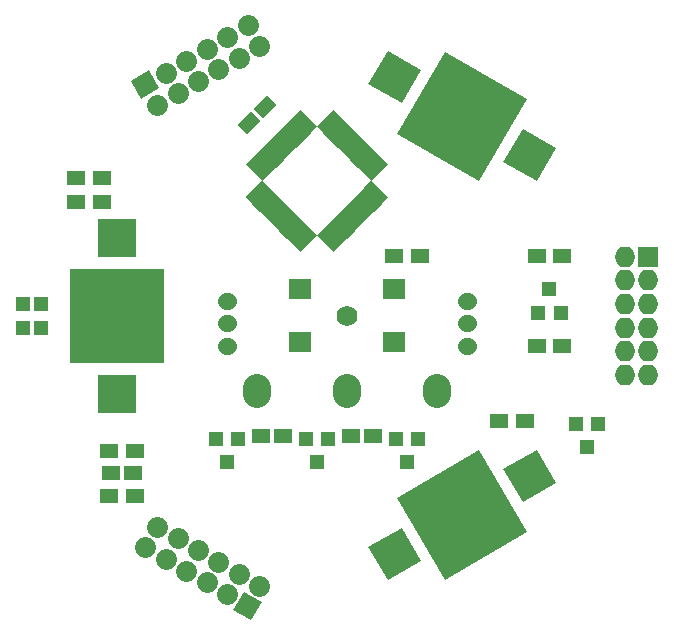
<source format=gts>
G04 #@! TF.FileFunction,Soldermask,Top*
%FSLAX46Y46*%
G04 Gerber Fmt 4.6, Leading zero omitted, Abs format (unit mm)*
G04 Created by KiCad (PCBNEW (2015-08-12 BZR 6086)-product) date Tue 01 Sep 2015 09:02:53 PM CEST*
%MOMM*%
G01*
G04 APERTURE LIST*
%ADD10C,0.100000*%
%ADD11C,2.400000*%
%ADD12C,1.400000*%
%ADD13R,8.020000X8.020000*%
%ADD14R,3.250000X3.250000*%
%ADD15R,1.600000X1.150000*%
%ADD16R,1.600000X1.300000*%
%ADD17R,1.950000X1.700000*%
%ADD18R,1.200100X1.200100*%
%ADD19R,1.197560X1.197560*%
%ADD20C,1.760000*%
%ADD21C,1.760000*%
%ADD22R,1.760000X1.760000*%
%ADD23O,1.760000X1.760000*%
G04 APERTURE END LIST*
D10*
D11*
X134620000Y-133100000D02*
X134620000Y-133600000D01*
X127000000Y-133100000D02*
X127000000Y-133600000D01*
X119380000Y-133100000D02*
X119380000Y-133600000D01*
D12*
X137035000Y-129540000D02*
X137285000Y-129540000D01*
X137035000Y-127635000D02*
X137285000Y-127635000D01*
X137035000Y-125730000D02*
X137285000Y-125730000D01*
X116965000Y-125730000D02*
X116715000Y-125730000D01*
X116965000Y-127635000D02*
X116715000Y-127635000D01*
X116965000Y-129540000D02*
X116715000Y-129540000D01*
D10*
G36*
X138217762Y-138409733D02*
X142227762Y-145355257D01*
X135282238Y-149365257D01*
X131272238Y-142419733D01*
X138217762Y-138409733D01*
X138217762Y-138409733D01*
G37*
D13*
X107500000Y-127000000D03*
D10*
G36*
X131624693Y-144970204D02*
X133249693Y-147784786D01*
X130435111Y-149409786D01*
X128810111Y-146595204D01*
X131624693Y-144970204D01*
X131624693Y-144970204D01*
G37*
G36*
X143064889Y-138365204D02*
X144689889Y-141179786D01*
X141875307Y-142804786D01*
X140250307Y-139990204D01*
X143064889Y-138365204D01*
X143064889Y-138365204D01*
G37*
D14*
X107500000Y-120395000D03*
X107500000Y-133605000D03*
D10*
G36*
X140250307Y-114009796D02*
X141875307Y-111195214D01*
X144689889Y-112820214D01*
X143064889Y-115634796D01*
X140250307Y-114009796D01*
X140250307Y-114009796D01*
G37*
G36*
X128810111Y-107404796D02*
X130435111Y-104590214D01*
X133249693Y-106215214D01*
X131624693Y-109029796D01*
X128810111Y-107404796D01*
X128810111Y-107404796D01*
G37*
G36*
X122391712Y-110213666D02*
X123063464Y-109541914D01*
X124477678Y-110956128D01*
X123805926Y-111627880D01*
X122391712Y-110213666D01*
X122391712Y-110213666D01*
G37*
G36*
X121826027Y-110779352D02*
X122497779Y-110107600D01*
X123911993Y-111521814D01*
X123240241Y-112193566D01*
X121826027Y-110779352D01*
X121826027Y-110779352D01*
G37*
G36*
X121260341Y-111345037D02*
X121932093Y-110673285D01*
X123346307Y-112087499D01*
X122674555Y-112759251D01*
X121260341Y-111345037D01*
X121260341Y-111345037D01*
G37*
G36*
X120694656Y-111910722D02*
X121366408Y-111238970D01*
X122780622Y-112653184D01*
X122108870Y-113324936D01*
X120694656Y-111910722D01*
X120694656Y-111910722D01*
G37*
G36*
X120128970Y-112476408D02*
X120800722Y-111804656D01*
X122214936Y-113218870D01*
X121543184Y-113890622D01*
X120128970Y-112476408D01*
X120128970Y-112476408D01*
G37*
G36*
X119563285Y-113042093D02*
X120235037Y-112370341D01*
X121649251Y-113784555D01*
X120977499Y-114456307D01*
X119563285Y-113042093D01*
X119563285Y-113042093D01*
G37*
G36*
X118997600Y-113607779D02*
X119669352Y-112936027D01*
X121083566Y-114350241D01*
X120411814Y-115021993D01*
X118997600Y-113607779D01*
X118997600Y-113607779D01*
G37*
G36*
X118431914Y-114173464D02*
X119103666Y-113501712D01*
X120517880Y-114915926D01*
X119846128Y-115587678D01*
X118431914Y-114173464D01*
X118431914Y-114173464D01*
G37*
G36*
X119103666Y-117638288D02*
X118431914Y-116966536D01*
X119846128Y-115552322D01*
X120517880Y-116224074D01*
X119103666Y-117638288D01*
X119103666Y-117638288D01*
G37*
G36*
X119669352Y-118203973D02*
X118997600Y-117532221D01*
X120411814Y-116118007D01*
X121083566Y-116789759D01*
X119669352Y-118203973D01*
X119669352Y-118203973D01*
G37*
G36*
X120235037Y-118769659D02*
X119563285Y-118097907D01*
X120977499Y-116683693D01*
X121649251Y-117355445D01*
X120235037Y-118769659D01*
X120235037Y-118769659D01*
G37*
G36*
X120800722Y-119335344D02*
X120128970Y-118663592D01*
X121543184Y-117249378D01*
X122214936Y-117921130D01*
X120800722Y-119335344D01*
X120800722Y-119335344D01*
G37*
G36*
X121366408Y-119901030D02*
X120694656Y-119229278D01*
X122108870Y-117815064D01*
X122780622Y-118486816D01*
X121366408Y-119901030D01*
X121366408Y-119901030D01*
G37*
G36*
X121932093Y-120466715D02*
X121260341Y-119794963D01*
X122674555Y-118380749D01*
X123346307Y-119052501D01*
X121932093Y-120466715D01*
X121932093Y-120466715D01*
G37*
G36*
X122497779Y-121032400D02*
X121826027Y-120360648D01*
X123240241Y-118946434D01*
X123911993Y-119618186D01*
X122497779Y-121032400D01*
X122497779Y-121032400D01*
G37*
G36*
X123063464Y-121598086D02*
X122391712Y-120926334D01*
X123805926Y-119512120D01*
X124477678Y-120183872D01*
X123063464Y-121598086D01*
X123063464Y-121598086D01*
G37*
G36*
X124442322Y-120183872D02*
X125114074Y-119512120D01*
X126528288Y-120926334D01*
X125856536Y-121598086D01*
X124442322Y-120183872D01*
X124442322Y-120183872D01*
G37*
G36*
X125008007Y-119618186D02*
X125679759Y-118946434D01*
X127093973Y-120360648D01*
X126422221Y-121032400D01*
X125008007Y-119618186D01*
X125008007Y-119618186D01*
G37*
G36*
X125573693Y-119052501D02*
X126245445Y-118380749D01*
X127659659Y-119794963D01*
X126987907Y-120466715D01*
X125573693Y-119052501D01*
X125573693Y-119052501D01*
G37*
G36*
X126139378Y-118486816D02*
X126811130Y-117815064D01*
X128225344Y-119229278D01*
X127553592Y-119901030D01*
X126139378Y-118486816D01*
X126139378Y-118486816D01*
G37*
G36*
X126705064Y-117921130D02*
X127376816Y-117249378D01*
X128791030Y-118663592D01*
X128119278Y-119335344D01*
X126705064Y-117921130D01*
X126705064Y-117921130D01*
G37*
G36*
X127270749Y-117355445D02*
X127942501Y-116683693D01*
X129356715Y-118097907D01*
X128684963Y-118769659D01*
X127270749Y-117355445D01*
X127270749Y-117355445D01*
G37*
G36*
X127836434Y-116789759D02*
X128508186Y-116118007D01*
X129922400Y-117532221D01*
X129250648Y-118203973D01*
X127836434Y-116789759D01*
X127836434Y-116789759D01*
G37*
G36*
X128402120Y-116224074D02*
X129073872Y-115552322D01*
X130488086Y-116966536D01*
X129816334Y-117638288D01*
X128402120Y-116224074D01*
X128402120Y-116224074D01*
G37*
G36*
X129073872Y-115587678D02*
X128402120Y-114915926D01*
X129816334Y-113501712D01*
X130488086Y-114173464D01*
X129073872Y-115587678D01*
X129073872Y-115587678D01*
G37*
G36*
X128508186Y-115021993D02*
X127836434Y-114350241D01*
X129250648Y-112936027D01*
X129922400Y-113607779D01*
X128508186Y-115021993D01*
X128508186Y-115021993D01*
G37*
G36*
X127942501Y-114456307D02*
X127270749Y-113784555D01*
X128684963Y-112370341D01*
X129356715Y-113042093D01*
X127942501Y-114456307D01*
X127942501Y-114456307D01*
G37*
G36*
X127376816Y-113890622D02*
X126705064Y-113218870D01*
X128119278Y-111804656D01*
X128791030Y-112476408D01*
X127376816Y-113890622D01*
X127376816Y-113890622D01*
G37*
G36*
X126811130Y-113324936D02*
X126139378Y-112653184D01*
X127553592Y-111238970D01*
X128225344Y-111910722D01*
X126811130Y-113324936D01*
X126811130Y-113324936D01*
G37*
G36*
X126245445Y-112759251D02*
X125573693Y-112087499D01*
X126987907Y-110673285D01*
X127659659Y-111345037D01*
X126245445Y-112759251D01*
X126245445Y-112759251D01*
G37*
G36*
X125679759Y-112193566D02*
X125008007Y-111521814D01*
X126422221Y-110107600D01*
X127093973Y-110779352D01*
X125679759Y-112193566D01*
X125679759Y-112193566D01*
G37*
G36*
X125114074Y-111627880D02*
X124442322Y-110956128D01*
X125856536Y-109541914D01*
X126528288Y-110213666D01*
X125114074Y-111627880D01*
X125114074Y-111627880D01*
G37*
D15*
X127320000Y-137160000D03*
X129220000Y-137160000D03*
X121600000Y-137160000D03*
X119700000Y-137160000D03*
D10*
G36*
X118549150Y-111626023D02*
X117735977Y-110812850D01*
X118867348Y-109681479D01*
X119680521Y-110494652D01*
X118549150Y-111626023D01*
X118549150Y-111626023D01*
G37*
G36*
X119892652Y-110282521D02*
X119079479Y-109469348D01*
X120210850Y-108337977D01*
X121024023Y-109151150D01*
X119892652Y-110282521D01*
X119892652Y-110282521D01*
G37*
D16*
X142070000Y-135890000D03*
X139870000Y-135890000D03*
D17*
X123025000Y-129250000D03*
X123025000Y-124750000D03*
X130975000Y-124750000D03*
X130975000Y-129250000D03*
D16*
X145245000Y-129540000D03*
X143045000Y-129540000D03*
X143045000Y-121920000D03*
X145245000Y-121920000D03*
X130980000Y-121920000D03*
X133180000Y-121920000D03*
D10*
G36*
X135621000Y-133101000D02*
X133619000Y-133101000D01*
X133629000Y-132899000D01*
X135611000Y-132899000D01*
X135621000Y-133101000D01*
X135621000Y-133101000D01*
G37*
G36*
X135611000Y-132901000D02*
X133629000Y-132901000D01*
X133699000Y-132699000D01*
X135541000Y-132699000D01*
X135611000Y-132901000D01*
X135611000Y-132901000D01*
G37*
G36*
X135541000Y-132701000D02*
X133699000Y-132701000D01*
X133809000Y-132499000D01*
X135431000Y-132499000D01*
X135541000Y-132701000D01*
X135541000Y-132701000D01*
G37*
G36*
X135231000Y-132301000D02*
X134009000Y-132301000D01*
X134179000Y-132199000D01*
X135061000Y-132199000D01*
X135231000Y-132301000D01*
X135231000Y-132301000D01*
G37*
G36*
X135061000Y-132201000D02*
X134179000Y-132201000D01*
X134479000Y-132099000D01*
X134761000Y-132099000D01*
X135061000Y-132201000D01*
X135061000Y-132201000D01*
G37*
G36*
X135431000Y-132501000D02*
X133809000Y-132501000D01*
X134009000Y-132299000D01*
X135231000Y-132299000D01*
X135431000Y-132501000D01*
X135431000Y-132501000D01*
G37*
G36*
X134179000Y-134499000D02*
X135061000Y-134499000D01*
X134761000Y-134601000D01*
X134479000Y-134601000D01*
X134179000Y-134499000D01*
X134179000Y-134499000D01*
G37*
G36*
X133619000Y-133599000D02*
X135621000Y-133599000D01*
X135611000Y-133801000D01*
X133629000Y-133801000D01*
X133619000Y-133599000D01*
X133619000Y-133599000D01*
G37*
G36*
X133629000Y-133799000D02*
X135611000Y-133799000D01*
X135541000Y-134001000D01*
X133699000Y-134001000D01*
X133629000Y-133799000D01*
X133629000Y-133799000D01*
G37*
G36*
X133699000Y-133999000D02*
X135541000Y-133999000D01*
X135431000Y-134201000D01*
X133809000Y-134201000D01*
X133699000Y-133999000D01*
X133699000Y-133999000D01*
G37*
G36*
X134009000Y-134399000D02*
X135231000Y-134399000D01*
X135061000Y-134501000D01*
X134179000Y-134501000D01*
X134009000Y-134399000D01*
X134009000Y-134399000D01*
G37*
G36*
X133809000Y-134199000D02*
X135431000Y-134199000D01*
X135231000Y-134401000D01*
X134009000Y-134401000D01*
X133809000Y-134199000D01*
X133809000Y-134199000D01*
G37*
G36*
X128001000Y-133101000D02*
X125999000Y-133101000D01*
X126009000Y-132899000D01*
X127991000Y-132899000D01*
X128001000Y-133101000D01*
X128001000Y-133101000D01*
G37*
G36*
X127991000Y-132901000D02*
X126009000Y-132901000D01*
X126079000Y-132699000D01*
X127921000Y-132699000D01*
X127991000Y-132901000D01*
X127991000Y-132901000D01*
G37*
G36*
X127921000Y-132701000D02*
X126079000Y-132701000D01*
X126189000Y-132499000D01*
X127811000Y-132499000D01*
X127921000Y-132701000D01*
X127921000Y-132701000D01*
G37*
G36*
X127611000Y-132301000D02*
X126389000Y-132301000D01*
X126559000Y-132199000D01*
X127441000Y-132199000D01*
X127611000Y-132301000D01*
X127611000Y-132301000D01*
G37*
G36*
X127441000Y-132201000D02*
X126559000Y-132201000D01*
X126859000Y-132099000D01*
X127141000Y-132099000D01*
X127441000Y-132201000D01*
X127441000Y-132201000D01*
G37*
G36*
X127811000Y-132501000D02*
X126189000Y-132501000D01*
X126389000Y-132299000D01*
X127611000Y-132299000D01*
X127811000Y-132501000D01*
X127811000Y-132501000D01*
G37*
G36*
X126559000Y-134499000D02*
X127441000Y-134499000D01*
X127141000Y-134601000D01*
X126859000Y-134601000D01*
X126559000Y-134499000D01*
X126559000Y-134499000D01*
G37*
G36*
X125999000Y-133599000D02*
X128001000Y-133599000D01*
X127991000Y-133801000D01*
X126009000Y-133801000D01*
X125999000Y-133599000D01*
X125999000Y-133599000D01*
G37*
G36*
X126009000Y-133799000D02*
X127991000Y-133799000D01*
X127921000Y-134001000D01*
X126079000Y-134001000D01*
X126009000Y-133799000D01*
X126009000Y-133799000D01*
G37*
G36*
X126079000Y-133999000D02*
X127921000Y-133999000D01*
X127811000Y-134201000D01*
X126189000Y-134201000D01*
X126079000Y-133999000D01*
X126079000Y-133999000D01*
G37*
G36*
X126389000Y-134399000D02*
X127611000Y-134399000D01*
X127441000Y-134501000D01*
X126559000Y-134501000D01*
X126389000Y-134399000D01*
X126389000Y-134399000D01*
G37*
G36*
X126189000Y-134199000D02*
X127811000Y-134199000D01*
X127611000Y-134401000D01*
X126389000Y-134401000D01*
X126189000Y-134199000D01*
X126189000Y-134199000D01*
G37*
G36*
X120381000Y-133101000D02*
X118379000Y-133101000D01*
X118389000Y-132899000D01*
X120371000Y-132899000D01*
X120381000Y-133101000D01*
X120381000Y-133101000D01*
G37*
G36*
X120371000Y-132901000D02*
X118389000Y-132901000D01*
X118459000Y-132699000D01*
X120301000Y-132699000D01*
X120371000Y-132901000D01*
X120371000Y-132901000D01*
G37*
G36*
X120301000Y-132701000D02*
X118459000Y-132701000D01*
X118569000Y-132499000D01*
X120191000Y-132499000D01*
X120301000Y-132701000D01*
X120301000Y-132701000D01*
G37*
G36*
X119991000Y-132301000D02*
X118769000Y-132301000D01*
X118939000Y-132199000D01*
X119821000Y-132199000D01*
X119991000Y-132301000D01*
X119991000Y-132301000D01*
G37*
G36*
X119821000Y-132201000D02*
X118939000Y-132201000D01*
X119239000Y-132099000D01*
X119521000Y-132099000D01*
X119821000Y-132201000D01*
X119821000Y-132201000D01*
G37*
G36*
X120191000Y-132501000D02*
X118569000Y-132501000D01*
X118769000Y-132299000D01*
X119991000Y-132299000D01*
X120191000Y-132501000D01*
X120191000Y-132501000D01*
G37*
G36*
X118939000Y-134499000D02*
X119821000Y-134499000D01*
X119521000Y-134601000D01*
X119239000Y-134601000D01*
X118939000Y-134499000D01*
X118939000Y-134499000D01*
G37*
G36*
X118379000Y-133599000D02*
X120381000Y-133599000D01*
X120371000Y-133801000D01*
X118389000Y-133801000D01*
X118379000Y-133599000D01*
X118379000Y-133599000D01*
G37*
G36*
X118389000Y-133799000D02*
X120371000Y-133799000D01*
X120301000Y-134001000D01*
X118459000Y-134001000D01*
X118389000Y-133799000D01*
X118389000Y-133799000D01*
G37*
G36*
X118459000Y-133999000D02*
X120301000Y-133999000D01*
X120191000Y-134201000D01*
X118569000Y-134201000D01*
X118459000Y-133999000D01*
X118459000Y-133999000D01*
G37*
G36*
X118769000Y-134399000D02*
X119991000Y-134399000D01*
X119821000Y-134501000D01*
X118939000Y-134501000D01*
X118769000Y-134399000D01*
X118769000Y-134399000D01*
G37*
G36*
X118569000Y-134199000D02*
X120191000Y-134199000D01*
X119991000Y-134401000D01*
X118769000Y-134401000D01*
X118569000Y-134199000D01*
X118569000Y-134199000D01*
G37*
G36*
X137036000Y-129039000D02*
X137036000Y-130041000D01*
X136934000Y-130036000D01*
X136934000Y-129044000D01*
X137036000Y-129039000D01*
X137036000Y-129039000D01*
G37*
G36*
X136936000Y-129044000D02*
X136936000Y-130036000D01*
X136834000Y-130001000D01*
X136834000Y-129079000D01*
X136936000Y-129044000D01*
X136936000Y-129044000D01*
G37*
G36*
X136836000Y-129079000D02*
X136836000Y-130001000D01*
X136734000Y-129946000D01*
X136734000Y-129134000D01*
X136836000Y-129079000D01*
X136836000Y-129079000D01*
G37*
G36*
X136636000Y-129234000D02*
X136636000Y-129846000D01*
X136584000Y-129761000D01*
X136584000Y-129319000D01*
X136636000Y-129234000D01*
X136636000Y-129234000D01*
G37*
G36*
X136586000Y-129319000D02*
X136586000Y-129761000D01*
X136534000Y-129611000D01*
X136534000Y-129469000D01*
X136586000Y-129319000D01*
X136586000Y-129319000D01*
G37*
G36*
X136736000Y-129134000D02*
X136736000Y-129946000D01*
X136634000Y-129846000D01*
X136634000Y-129234000D01*
X136736000Y-129134000D01*
X136736000Y-129134000D01*
G37*
G36*
X137684000Y-129846000D02*
X137684000Y-129234000D01*
X137736000Y-129319000D01*
X137736000Y-129761000D01*
X137684000Y-129846000D01*
X137684000Y-129846000D01*
G37*
G36*
X137734000Y-129761000D02*
X137734000Y-129319000D01*
X137786000Y-129469000D01*
X137786000Y-129611000D01*
X137734000Y-129761000D01*
X137734000Y-129761000D01*
G37*
G36*
X137584000Y-129946000D02*
X137584000Y-129134000D01*
X137686000Y-129234000D01*
X137686000Y-129846000D01*
X137584000Y-129946000D01*
X137584000Y-129946000D01*
G37*
G36*
X137484000Y-130001000D02*
X137484000Y-129079000D01*
X137586000Y-129134000D01*
X137586000Y-129946000D01*
X137484000Y-130001000D01*
X137484000Y-130001000D01*
G37*
G36*
X137384000Y-130036000D02*
X137384000Y-129044000D01*
X137486000Y-129079000D01*
X137486000Y-130001000D01*
X137384000Y-130036000D01*
X137384000Y-130036000D01*
G37*
G36*
X137284000Y-130041000D02*
X137284000Y-129039000D01*
X137386000Y-129044000D01*
X137386000Y-130036000D01*
X137284000Y-130041000D01*
X137284000Y-130041000D01*
G37*
G36*
X137036000Y-127134000D02*
X137036000Y-128136000D01*
X136934000Y-128131000D01*
X136934000Y-127139000D01*
X137036000Y-127134000D01*
X137036000Y-127134000D01*
G37*
G36*
X136936000Y-127139000D02*
X136936000Y-128131000D01*
X136834000Y-128096000D01*
X136834000Y-127174000D01*
X136936000Y-127139000D01*
X136936000Y-127139000D01*
G37*
G36*
X136836000Y-127174000D02*
X136836000Y-128096000D01*
X136734000Y-128041000D01*
X136734000Y-127229000D01*
X136836000Y-127174000D01*
X136836000Y-127174000D01*
G37*
G36*
X136636000Y-127329000D02*
X136636000Y-127941000D01*
X136584000Y-127856000D01*
X136584000Y-127414000D01*
X136636000Y-127329000D01*
X136636000Y-127329000D01*
G37*
G36*
X136586000Y-127414000D02*
X136586000Y-127856000D01*
X136534000Y-127706000D01*
X136534000Y-127564000D01*
X136586000Y-127414000D01*
X136586000Y-127414000D01*
G37*
G36*
X136736000Y-127229000D02*
X136736000Y-128041000D01*
X136634000Y-127941000D01*
X136634000Y-127329000D01*
X136736000Y-127229000D01*
X136736000Y-127229000D01*
G37*
G36*
X137684000Y-127941000D02*
X137684000Y-127329000D01*
X137736000Y-127414000D01*
X137736000Y-127856000D01*
X137684000Y-127941000D01*
X137684000Y-127941000D01*
G37*
G36*
X137734000Y-127856000D02*
X137734000Y-127414000D01*
X137786000Y-127564000D01*
X137786000Y-127706000D01*
X137734000Y-127856000D01*
X137734000Y-127856000D01*
G37*
G36*
X137584000Y-128041000D02*
X137584000Y-127229000D01*
X137686000Y-127329000D01*
X137686000Y-127941000D01*
X137584000Y-128041000D01*
X137584000Y-128041000D01*
G37*
G36*
X137484000Y-128096000D02*
X137484000Y-127174000D01*
X137586000Y-127229000D01*
X137586000Y-128041000D01*
X137484000Y-128096000D01*
X137484000Y-128096000D01*
G37*
G36*
X137384000Y-128131000D02*
X137384000Y-127139000D01*
X137486000Y-127174000D01*
X137486000Y-128096000D01*
X137384000Y-128131000D01*
X137384000Y-128131000D01*
G37*
G36*
X137284000Y-128136000D02*
X137284000Y-127134000D01*
X137386000Y-127139000D01*
X137386000Y-128131000D01*
X137284000Y-128136000D01*
X137284000Y-128136000D01*
G37*
G36*
X137036000Y-125229000D02*
X137036000Y-126231000D01*
X136934000Y-126226000D01*
X136934000Y-125234000D01*
X137036000Y-125229000D01*
X137036000Y-125229000D01*
G37*
G36*
X136936000Y-125234000D02*
X136936000Y-126226000D01*
X136834000Y-126191000D01*
X136834000Y-125269000D01*
X136936000Y-125234000D01*
X136936000Y-125234000D01*
G37*
G36*
X136836000Y-125269000D02*
X136836000Y-126191000D01*
X136734000Y-126136000D01*
X136734000Y-125324000D01*
X136836000Y-125269000D01*
X136836000Y-125269000D01*
G37*
G36*
X136636000Y-125424000D02*
X136636000Y-126036000D01*
X136584000Y-125951000D01*
X136584000Y-125509000D01*
X136636000Y-125424000D01*
X136636000Y-125424000D01*
G37*
G36*
X136586000Y-125509000D02*
X136586000Y-125951000D01*
X136534000Y-125801000D01*
X136534000Y-125659000D01*
X136586000Y-125509000D01*
X136586000Y-125509000D01*
G37*
G36*
X136736000Y-125324000D02*
X136736000Y-126136000D01*
X136634000Y-126036000D01*
X136634000Y-125424000D01*
X136736000Y-125324000D01*
X136736000Y-125324000D01*
G37*
G36*
X137684000Y-126036000D02*
X137684000Y-125424000D01*
X137736000Y-125509000D01*
X137736000Y-125951000D01*
X137684000Y-126036000D01*
X137684000Y-126036000D01*
G37*
G36*
X137734000Y-125951000D02*
X137734000Y-125509000D01*
X137786000Y-125659000D01*
X137786000Y-125801000D01*
X137734000Y-125951000D01*
X137734000Y-125951000D01*
G37*
G36*
X137584000Y-126136000D02*
X137584000Y-125324000D01*
X137686000Y-125424000D01*
X137686000Y-126036000D01*
X137584000Y-126136000D01*
X137584000Y-126136000D01*
G37*
G36*
X137484000Y-126191000D02*
X137484000Y-125269000D01*
X137586000Y-125324000D01*
X137586000Y-126136000D01*
X137484000Y-126191000D01*
X137484000Y-126191000D01*
G37*
G36*
X137384000Y-126226000D02*
X137384000Y-125234000D01*
X137486000Y-125269000D01*
X137486000Y-126191000D01*
X137384000Y-126226000D01*
X137384000Y-126226000D01*
G37*
G36*
X137284000Y-126231000D02*
X137284000Y-125229000D01*
X137386000Y-125234000D01*
X137386000Y-126226000D01*
X137284000Y-126231000D01*
X137284000Y-126231000D01*
G37*
D18*
X148270000Y-136159240D03*
X146370000Y-136159240D03*
X147320000Y-138158220D03*
X133030000Y-137429240D03*
X131130000Y-137429240D03*
X132080000Y-139428220D03*
X117790000Y-137429240D03*
X115890000Y-137429240D03*
X116840000Y-139428220D03*
X143195000Y-126730760D03*
X145095000Y-126730760D03*
X144145000Y-124731780D03*
D15*
X108900000Y-140335000D03*
X107000000Y-140335000D03*
D10*
G36*
X116964000Y-126231000D02*
X116964000Y-125229000D01*
X117066000Y-125234000D01*
X117066000Y-126226000D01*
X116964000Y-126231000D01*
X116964000Y-126231000D01*
G37*
G36*
X117064000Y-126226000D02*
X117064000Y-125234000D01*
X117166000Y-125269000D01*
X117166000Y-126191000D01*
X117064000Y-126226000D01*
X117064000Y-126226000D01*
G37*
G36*
X117164000Y-126191000D02*
X117164000Y-125269000D01*
X117266000Y-125324000D01*
X117266000Y-126136000D01*
X117164000Y-126191000D01*
X117164000Y-126191000D01*
G37*
G36*
X117364000Y-126036000D02*
X117364000Y-125424000D01*
X117416000Y-125509000D01*
X117416000Y-125951000D01*
X117364000Y-126036000D01*
X117364000Y-126036000D01*
G37*
G36*
X117414000Y-125951000D02*
X117414000Y-125509000D01*
X117466000Y-125659000D01*
X117466000Y-125801000D01*
X117414000Y-125951000D01*
X117414000Y-125951000D01*
G37*
G36*
X117264000Y-126136000D02*
X117264000Y-125324000D01*
X117366000Y-125424000D01*
X117366000Y-126036000D01*
X117264000Y-126136000D01*
X117264000Y-126136000D01*
G37*
G36*
X116316000Y-125424000D02*
X116316000Y-126036000D01*
X116264000Y-125951000D01*
X116264000Y-125509000D01*
X116316000Y-125424000D01*
X116316000Y-125424000D01*
G37*
G36*
X116266000Y-125509000D02*
X116266000Y-125951000D01*
X116214000Y-125801000D01*
X116214000Y-125659000D01*
X116266000Y-125509000D01*
X116266000Y-125509000D01*
G37*
G36*
X116416000Y-125324000D02*
X116416000Y-126136000D01*
X116314000Y-126036000D01*
X116314000Y-125424000D01*
X116416000Y-125324000D01*
X116416000Y-125324000D01*
G37*
G36*
X116516000Y-125269000D02*
X116516000Y-126191000D01*
X116414000Y-126136000D01*
X116414000Y-125324000D01*
X116516000Y-125269000D01*
X116516000Y-125269000D01*
G37*
G36*
X116616000Y-125234000D02*
X116616000Y-126226000D01*
X116514000Y-126191000D01*
X116514000Y-125269000D01*
X116616000Y-125234000D01*
X116616000Y-125234000D01*
G37*
G36*
X116716000Y-125229000D02*
X116716000Y-126231000D01*
X116614000Y-126226000D01*
X116614000Y-125234000D01*
X116716000Y-125229000D01*
X116716000Y-125229000D01*
G37*
G36*
X116964000Y-128136000D02*
X116964000Y-127134000D01*
X117066000Y-127139000D01*
X117066000Y-128131000D01*
X116964000Y-128136000D01*
X116964000Y-128136000D01*
G37*
G36*
X117064000Y-128131000D02*
X117064000Y-127139000D01*
X117166000Y-127174000D01*
X117166000Y-128096000D01*
X117064000Y-128131000D01*
X117064000Y-128131000D01*
G37*
G36*
X117164000Y-128096000D02*
X117164000Y-127174000D01*
X117266000Y-127229000D01*
X117266000Y-128041000D01*
X117164000Y-128096000D01*
X117164000Y-128096000D01*
G37*
G36*
X117364000Y-127941000D02*
X117364000Y-127329000D01*
X117416000Y-127414000D01*
X117416000Y-127856000D01*
X117364000Y-127941000D01*
X117364000Y-127941000D01*
G37*
G36*
X117414000Y-127856000D02*
X117414000Y-127414000D01*
X117466000Y-127564000D01*
X117466000Y-127706000D01*
X117414000Y-127856000D01*
X117414000Y-127856000D01*
G37*
G36*
X117264000Y-128041000D02*
X117264000Y-127229000D01*
X117366000Y-127329000D01*
X117366000Y-127941000D01*
X117264000Y-128041000D01*
X117264000Y-128041000D01*
G37*
G36*
X116316000Y-127329000D02*
X116316000Y-127941000D01*
X116264000Y-127856000D01*
X116264000Y-127414000D01*
X116316000Y-127329000D01*
X116316000Y-127329000D01*
G37*
G36*
X116266000Y-127414000D02*
X116266000Y-127856000D01*
X116214000Y-127706000D01*
X116214000Y-127564000D01*
X116266000Y-127414000D01*
X116266000Y-127414000D01*
G37*
G36*
X116416000Y-127229000D02*
X116416000Y-128041000D01*
X116314000Y-127941000D01*
X116314000Y-127329000D01*
X116416000Y-127229000D01*
X116416000Y-127229000D01*
G37*
G36*
X116516000Y-127174000D02*
X116516000Y-128096000D01*
X116414000Y-128041000D01*
X116414000Y-127229000D01*
X116516000Y-127174000D01*
X116516000Y-127174000D01*
G37*
G36*
X116616000Y-127139000D02*
X116616000Y-128131000D01*
X116514000Y-128096000D01*
X116514000Y-127174000D01*
X116616000Y-127139000D01*
X116616000Y-127139000D01*
G37*
G36*
X116716000Y-127134000D02*
X116716000Y-128136000D01*
X116614000Y-128131000D01*
X116614000Y-127139000D01*
X116716000Y-127134000D01*
X116716000Y-127134000D01*
G37*
G36*
X116964000Y-130041000D02*
X116964000Y-129039000D01*
X117066000Y-129044000D01*
X117066000Y-130036000D01*
X116964000Y-130041000D01*
X116964000Y-130041000D01*
G37*
G36*
X117064000Y-130036000D02*
X117064000Y-129044000D01*
X117166000Y-129079000D01*
X117166000Y-130001000D01*
X117064000Y-130036000D01*
X117064000Y-130036000D01*
G37*
G36*
X117164000Y-130001000D02*
X117164000Y-129079000D01*
X117266000Y-129134000D01*
X117266000Y-129946000D01*
X117164000Y-130001000D01*
X117164000Y-130001000D01*
G37*
G36*
X117364000Y-129846000D02*
X117364000Y-129234000D01*
X117416000Y-129319000D01*
X117416000Y-129761000D01*
X117364000Y-129846000D01*
X117364000Y-129846000D01*
G37*
G36*
X117414000Y-129761000D02*
X117414000Y-129319000D01*
X117466000Y-129469000D01*
X117466000Y-129611000D01*
X117414000Y-129761000D01*
X117414000Y-129761000D01*
G37*
G36*
X117264000Y-129946000D02*
X117264000Y-129134000D01*
X117366000Y-129234000D01*
X117366000Y-129846000D01*
X117264000Y-129946000D01*
X117264000Y-129946000D01*
G37*
G36*
X116316000Y-129234000D02*
X116316000Y-129846000D01*
X116264000Y-129761000D01*
X116264000Y-129319000D01*
X116316000Y-129234000D01*
X116316000Y-129234000D01*
G37*
G36*
X116266000Y-129319000D02*
X116266000Y-129761000D01*
X116214000Y-129611000D01*
X116214000Y-129469000D01*
X116266000Y-129319000D01*
X116266000Y-129319000D01*
G37*
G36*
X116416000Y-129134000D02*
X116416000Y-129946000D01*
X116314000Y-129846000D01*
X116314000Y-129234000D01*
X116416000Y-129134000D01*
X116416000Y-129134000D01*
G37*
G36*
X116516000Y-129079000D02*
X116516000Y-130001000D01*
X116414000Y-129946000D01*
X116414000Y-129134000D01*
X116516000Y-129079000D01*
X116516000Y-129079000D01*
G37*
G36*
X116616000Y-129044000D02*
X116616000Y-130036000D01*
X116514000Y-130001000D01*
X116514000Y-129079000D01*
X116616000Y-129044000D01*
X116616000Y-129044000D01*
G37*
G36*
X116716000Y-129039000D02*
X116716000Y-130041000D01*
X116614000Y-130036000D01*
X116614000Y-129044000D01*
X116716000Y-129039000D01*
X116716000Y-129039000D01*
G37*
D16*
X106256000Y-115316000D03*
X104056000Y-115316000D03*
X106256000Y-117348000D03*
X104056000Y-117348000D03*
X106850000Y-142240000D03*
X109050000Y-142240000D03*
X109050000Y-138430000D03*
X106850000Y-138430000D03*
D19*
X101079300Y-125984000D03*
X99580700Y-125984000D03*
X101079300Y-128016000D03*
X99580700Y-128016000D03*
D20*
X127000000Y-127000000D03*
D10*
G36*
X131272238Y-111580267D02*
X135282238Y-104634743D01*
X142227762Y-108644743D01*
X138217762Y-115590267D01*
X131272238Y-111580267D01*
X131272238Y-111580267D01*
G37*
D18*
X125410000Y-137429240D03*
X123510000Y-137429240D03*
X124460000Y-139428220D03*
D10*
G36*
X109597771Y-108618454D02*
X108717771Y-107094250D01*
X110241975Y-106214250D01*
X111121975Y-107738454D01*
X109597771Y-108618454D01*
X109597771Y-108618454D01*
G37*
D21*
X110919873Y-109148403D02*
X110919873Y-109148403D01*
X111651924Y-106416352D02*
X111651924Y-106416352D01*
X112651924Y-108148403D02*
X112651924Y-108148403D01*
X113383975Y-105416352D02*
X113383975Y-105416352D01*
X114383975Y-107148403D02*
X114383975Y-107148403D01*
X115116025Y-104416352D02*
X115116025Y-104416352D01*
X116116025Y-106148403D02*
X116116025Y-106148403D01*
X116848076Y-103416352D02*
X116848076Y-103416352D01*
X117848076Y-105148403D02*
X117848076Y-105148403D01*
X118580127Y-102416352D02*
X118580127Y-102416352D01*
X119580127Y-104148403D02*
X119580127Y-104148403D01*
D10*
G36*
X119782229Y-151261546D02*
X118902229Y-152785750D01*
X117378025Y-151905750D01*
X118258025Y-150381546D01*
X119782229Y-151261546D01*
X119782229Y-151261546D01*
G37*
D21*
X119580127Y-149851597D02*
X119580127Y-149851597D01*
X116848076Y-150583648D02*
X116848076Y-150583648D01*
X117848076Y-148851597D02*
X117848076Y-148851597D01*
X115116025Y-149583648D02*
X115116025Y-149583648D01*
X116116025Y-147851597D02*
X116116025Y-147851597D01*
X113383975Y-148583648D02*
X113383975Y-148583648D01*
X114383975Y-146851597D02*
X114383975Y-146851597D01*
X111651924Y-147583648D02*
X111651924Y-147583648D01*
X112651924Y-145851597D02*
X112651924Y-145851597D01*
X109919873Y-146583648D02*
X109919873Y-146583648D01*
X110919873Y-144851597D02*
X110919873Y-144851597D01*
D22*
X152500000Y-122000000D03*
D23*
X150500000Y-122000000D03*
X152500000Y-124000000D03*
X150500000Y-124000000D03*
X152500000Y-126000000D03*
X150500000Y-126000000D03*
X152500000Y-128000000D03*
X150500000Y-128000000D03*
X152500000Y-130000000D03*
X150500000Y-130000000D03*
X152500000Y-132000000D03*
X150500000Y-132000000D03*
M02*

</source>
